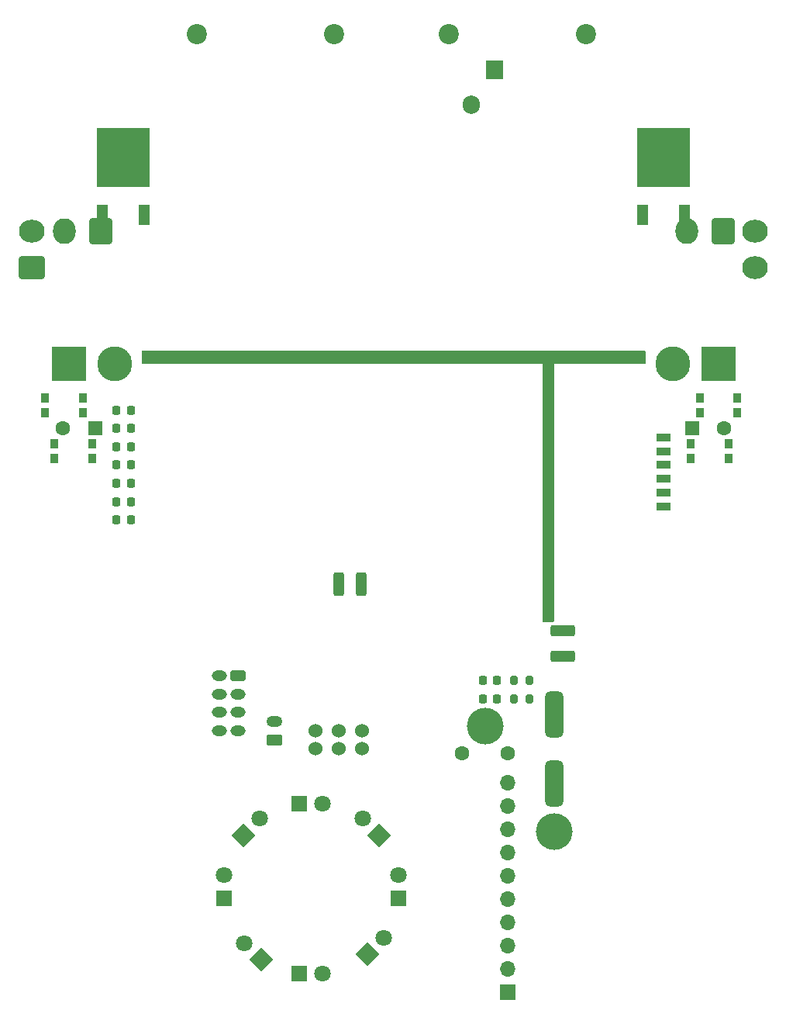
<source format=gbr>
G04 #@! TF.GenerationSoftware,KiCad,Pcbnew,(6.0.11)*
G04 #@! TF.CreationDate,2023-12-28T20:45:09+09:00*
G04 #@! TF.ProjectId,ORION_boost_v5,4f52494f-4e5f-4626-9f6f-73745f76352e,rev?*
G04 #@! TF.SameCoordinates,Original*
G04 #@! TF.FileFunction,Soldermask,Top*
G04 #@! TF.FilePolarity,Negative*
%FSLAX46Y46*%
G04 Gerber Fmt 4.6, Leading zero omitted, Abs format (unit mm)*
G04 Created by KiCad (PCBNEW (6.0.11)) date 2023-12-28 20:45:09*
%MOMM*%
%LPD*%
G01*
G04 APERTURE LIST*
G04 Aperture macros list*
%AMRoundRect*
0 Rectangle with rounded corners*
0 $1 Rounding radius*
0 $2 $3 $4 $5 $6 $7 $8 $9 X,Y pos of 4 corners*
0 Add a 4 corners polygon primitive as box body*
4,1,4,$2,$3,$4,$5,$6,$7,$8,$9,$2,$3,0*
0 Add four circle primitives for the rounded corners*
1,1,$1+$1,$2,$3*
1,1,$1+$1,$4,$5*
1,1,$1+$1,$6,$7*
1,1,$1+$1,$8,$9*
0 Add four rect primitives between the rounded corners*
20,1,$1+$1,$2,$3,$4,$5,0*
20,1,$1+$1,$4,$5,$6,$7,0*
20,1,$1+$1,$6,$7,$8,$9,0*
20,1,$1+$1,$8,$9,$2,$3,0*%
%AMRotRect*
0 Rectangle, with rotation*
0 The origin of the aperture is its center*
0 $1 length*
0 $2 width*
0 $3 Rotation angle, in degrees counterclockwise*
0 Add horizontal line*
21,1,$1,$2,0,0,$3*%
G04 Aperture macros list end*
%ADD10RoundRect,0.218750X0.218750X0.256250X-0.218750X0.256250X-0.218750X-0.256250X0.218750X-0.256250X0*%
%ADD11O,2.800000X2.460000*%
%ADD12R,3.800000X3.800000*%
%ADD13C,3.800000*%
%ADD14RoundRect,0.200000X-0.200000X-0.275000X0.200000X-0.275000X0.200000X0.275000X-0.200000X0.275000X0*%
%ADD15RoundRect,0.300000X0.300000X-1.000000X0.300000X1.000000X-0.300000X1.000000X-0.300000X-1.000000X0*%
%ADD16RoundRect,0.250000X0.625000X-0.350000X0.625000X0.350000X-0.625000X0.350000X-0.625000X-0.350000X0*%
%ADD17O,1.750000X1.200000*%
%ADD18C,1.524000*%
%ADD19RoundRect,0.218750X-0.218750X-0.256250X0.218750X-0.256250X0.218750X0.256250X-0.218750X0.256250X0*%
%ADD20C,1.600000*%
%ADD21RoundRect,0.250000X-0.575000X0.350000X-0.575000X-0.350000X0.575000X-0.350000X0.575000X0.350000X0*%
%ADD22O,1.650000X1.200000*%
%ADD23RoundRect,0.250000X1.075000X-0.375000X1.075000X0.375000X-1.075000X0.375000X-1.075000X-0.375000X0*%
%ADD24R,1.700000X1.700000*%
%ADD25O,1.700000X1.700000*%
%ADD26R,0.900000X1.000000*%
%ADD27R,5.800000X6.400000*%
%ADD28R,1.200000X2.200000*%
%ADD29RoundRect,0.500000X-0.500000X2.000000X-0.500000X-2.000000X0.500000X-2.000000X0.500000X2.000000X0*%
%ADD30RoundRect,0.250000X1.150000X-0.980000X1.150000X0.980000X-1.150000X0.980000X-1.150000X-0.980000X0*%
%ADD31C,4.000000*%
%ADD32RoundRect,0.225000X0.575000X-0.225000X0.575000X0.225000X-0.575000X0.225000X-0.575000X-0.225000X0*%
%ADD33R,1.600000X1.600000*%
%ADD34RoundRect,0.250000X0.980000X1.150000X-0.980000X1.150000X-0.980000X-1.150000X0.980000X-1.150000X0*%
%ADD35O,2.460000X2.800000*%
%ADD36RotRect,1.800000X1.800000X45.000000*%
%ADD37C,1.800000*%
%ADD38RotRect,1.800000X1.800000X135.000000*%
%ADD39C,2.200000*%
%ADD40R,1.800000X1.800000*%
%ADD41O,1.905000X2.000000*%
%ADD42R,1.905000X2.000000*%
G04 APERTURE END LIST*
D10*
X96287500Y-106000000D03*
X94712500Y-106000000D03*
D11*
X164450000Y-78480000D03*
X164450000Y-74520000D03*
D12*
X89500000Y-89000000D03*
D13*
X94500000Y-89000000D03*
D14*
X138175000Y-125500000D03*
X139825000Y-125500000D03*
D15*
X119000000Y-113000000D03*
D16*
X112000000Y-130000000D03*
D17*
X112000000Y-128000000D03*
D10*
X136287500Y-123500000D03*
X134712500Y-123500000D03*
D18*
X121540000Y-130951000D03*
X119000000Y-130951000D03*
X116460000Y-130951000D03*
D19*
X134712500Y-125500000D03*
X136287500Y-125500000D03*
D10*
X96287500Y-96000000D03*
X94712500Y-96000000D03*
D20*
X132500000Y-131500000D03*
X137500000Y-131500000D03*
D10*
X96287500Y-94000000D03*
X94712500Y-94000000D03*
D21*
X108000000Y-123000000D03*
D22*
X106000000Y-123000000D03*
X108000000Y-125000000D03*
X106000000Y-125000000D03*
X108000000Y-127000000D03*
X106000000Y-127000000D03*
X108000000Y-129000000D03*
X106000000Y-129000000D03*
D23*
X143500000Y-120900000D03*
X143500000Y-118100000D03*
D24*
X137500000Y-157500000D03*
D25*
X137500000Y-154960000D03*
X137500000Y-152420000D03*
X137500000Y-149880000D03*
X137500000Y-147340000D03*
X137500000Y-144800000D03*
X137500000Y-142260000D03*
X137500000Y-139720000D03*
X137500000Y-137180000D03*
X137500000Y-134640000D03*
D26*
X92050000Y-97700000D03*
X87950000Y-97700000D03*
X92050000Y-99300000D03*
X87950000Y-99300000D03*
D27*
X154500000Y-66400000D03*
D28*
X152220000Y-72700000D03*
X156780000Y-72700000D03*
D10*
X96287500Y-100000000D03*
X94712500Y-100000000D03*
X96287500Y-104000000D03*
X94712500Y-104000000D03*
D29*
X142500000Y-127250000D03*
X142500000Y-134750000D03*
D30*
X85450000Y-78480000D03*
D11*
X85450000Y-74520000D03*
D18*
X116460000Y-129049000D03*
X119000000Y-129049000D03*
X121540000Y-129049000D03*
D10*
X96287500Y-102000000D03*
X94712500Y-102000000D03*
D14*
X138175000Y-123500000D03*
X139825000Y-123500000D03*
D27*
X95500000Y-66400000D03*
D28*
X93220000Y-72700000D03*
X97780000Y-72700000D03*
D12*
X160500000Y-89000000D03*
D13*
X155500000Y-89000000D03*
D10*
X96287500Y-98000000D03*
X94712500Y-98000000D03*
D31*
X142500000Y-140000000D03*
D26*
X158450000Y-92700000D03*
X162550000Y-92700000D03*
X162550000Y-94300000D03*
X158450000Y-94300000D03*
D15*
X121500000Y-113000000D03*
D32*
X154500000Y-104500000D03*
X154500000Y-103000000D03*
X154500000Y-101500000D03*
X154500000Y-100000000D03*
X154500000Y-98500000D03*
X154500000Y-97000000D03*
D26*
X86950000Y-94300000D03*
X91050000Y-94300000D03*
X91050000Y-92700000D03*
X86950000Y-92700000D03*
D31*
X135000000Y-128500000D03*
D26*
X157450000Y-99300000D03*
X161550000Y-99300000D03*
X157450000Y-97700000D03*
X161550000Y-97700000D03*
D33*
X92402651Y-96000000D03*
D20*
X88902651Y-96000000D03*
D33*
X157597349Y-96000000D03*
D20*
X161097349Y-96000000D03*
D34*
X92980000Y-74450000D03*
D35*
X89020000Y-74450000D03*
D36*
X108598439Y-140401561D03*
D37*
X110394490Y-138605510D03*
D38*
X123401561Y-140401561D03*
D37*
X121605510Y-138605510D03*
D39*
X146000000Y-53000000D03*
X131000000Y-53000000D03*
D40*
X106500000Y-147275000D03*
D37*
X106500000Y-144735000D03*
D40*
X114725000Y-155500000D03*
D37*
X117265000Y-155500000D03*
D38*
X110500000Y-154000000D03*
D37*
X108703949Y-152203949D03*
D41*
X133500000Y-60717500D03*
D42*
X136040000Y-56907500D03*
D40*
X125500000Y-147275000D03*
D37*
X125500000Y-144735000D03*
D34*
X160980000Y-74450000D03*
D35*
X157020000Y-74450000D03*
D36*
X122098439Y-153401561D03*
D37*
X123894490Y-151605510D03*
D40*
X114725000Y-137000000D03*
D37*
X117265000Y-137000000D03*
D39*
X103500000Y-53000000D03*
X118500000Y-53000000D03*
G36*
X152442121Y-87520002D02*
G01*
X152488614Y-87573658D01*
X152500000Y-87626000D01*
X152500000Y-88874000D01*
X152479998Y-88942121D01*
X152426342Y-88988614D01*
X152374000Y-89000000D01*
X142518115Y-89000000D01*
X142502876Y-89004475D01*
X142501671Y-89005865D01*
X142500000Y-89013548D01*
X142500000Y-117036660D01*
X142479998Y-117104781D01*
X142426342Y-117151274D01*
X142375381Y-117162652D01*
X141383388Y-117173525D01*
X141315052Y-117154271D01*
X141267974Y-117101128D01*
X141256007Y-117047533D01*
X141256007Y-89018115D01*
X141251532Y-89002876D01*
X141250142Y-89001671D01*
X141242459Y-89000000D01*
X97626000Y-89000000D01*
X97557879Y-88979998D01*
X97511386Y-88926342D01*
X97500000Y-88874000D01*
X97500000Y-87626000D01*
X97520002Y-87557879D01*
X97573658Y-87511386D01*
X97626000Y-87500000D01*
X152374000Y-87500000D01*
X152442121Y-87520002D01*
G37*
M02*

</source>
